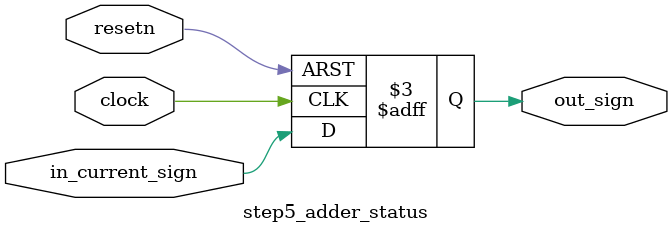
<source format=v>
`timescale 1ns / 1ps
module step5_adder_status(clock, resetn, in_current_sign, out_sign);
	input clock,resetn;
	
	input in_current_sign;
	
	output reg out_sign;
	
	always@(posedge clock, negedge resetn) begin
		if(!resetn) begin
			out_sign <= 0;
		end
		else begin
			out_sign <= in_current_sign;
		end
	end

endmodule 
</source>
